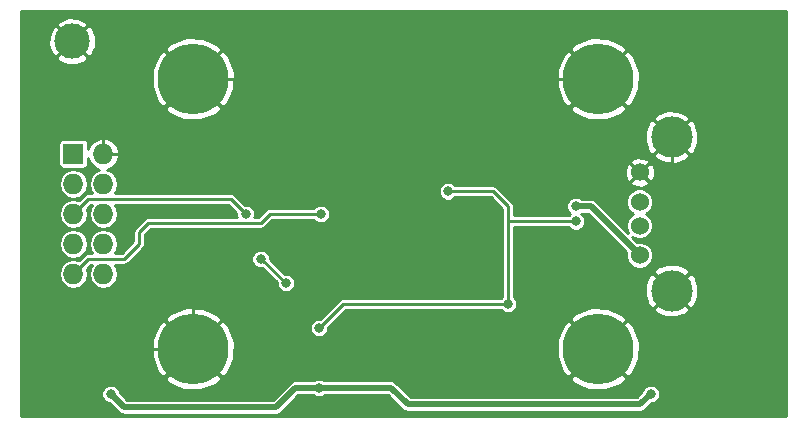
<source format=gbr>
G04 #@! TF.FileFunction,Copper,L2,Bot,Signal*
%FSLAX46Y46*%
G04 Gerber Fmt 4.6, Leading zero omitted, Abs format (unit mm)*
G04 Created by KiCad (PCBNEW 4.0.5+dfsg1-4) date Wed Jul 18 12:49:48 2018*
%MOMM*%
%LPD*%
G01*
G04 APERTURE LIST*
%ADD10C,0.100000*%
%ADD11R,1.727200X1.727200*%
%ADD12O,1.727200X1.727200*%
%ADD13C,1.524000*%
%ADD14C,3.500000*%
%ADD15C,6.000000*%
%ADD16C,3.000000*%
%ADD17C,0.800000*%
%ADD18C,0.250000*%
%ADD19C,0.500000*%
%ADD20C,0.254000*%
G04 APERTURE END LIST*
D10*
D11*
X132080000Y-96520000D03*
D12*
X134620000Y-96520000D03*
X132080000Y-99060000D03*
X134620000Y-99060000D03*
X132080000Y-101600000D03*
X134620000Y-101600000D03*
X132080000Y-104140000D03*
X134620000Y-104140000D03*
X132080000Y-106680000D03*
X134620000Y-106680000D03*
D13*
X180040000Y-100600000D03*
X180040000Y-102600000D03*
X180040000Y-98100000D03*
X180040000Y-105100000D03*
D14*
X182740000Y-108100000D03*
X182740000Y-95100000D03*
D15*
X142240000Y-90170000D03*
X142240000Y-113030000D03*
X176530000Y-113030000D03*
X176530000Y-90170000D03*
D16*
X132000000Y-87000000D03*
D17*
X142240000Y-104013000D03*
X139700000Y-99060000D03*
X166624000Y-104902000D03*
X148590000Y-95250000D03*
X145796000Y-95250000D03*
X157988000Y-94742000D03*
X165100000Y-96520000D03*
X162052000Y-91440000D03*
X172720000Y-96520000D03*
X172720000Y-94488000D03*
X172720000Y-98552000D03*
X129286000Y-117221000D03*
X190500000Y-101600000D03*
X151511000Y-91440000D03*
X163195000Y-101600000D03*
X157480000Y-102870000D03*
X162560000Y-113792000D03*
X184785000Y-117475000D03*
X176530000Y-99695000D03*
X176530000Y-103505000D03*
X180975000Y-116840000D03*
X135255000Y-116840000D03*
X152908000Y-116332000D03*
X152908000Y-111252000D03*
X174625000Y-102235000D03*
X168910000Y-109220000D03*
X163830000Y-99695000D03*
X174625000Y-100965000D03*
X147955000Y-105410000D03*
X150114000Y-107442000D03*
X146685000Y-101600000D03*
X153035000Y-101600000D03*
D18*
X142240000Y-113030000D02*
X142240000Y-104013000D01*
X134620000Y-96520000D02*
X137160000Y-96520000D01*
X137160000Y-96520000D02*
X139700000Y-99060000D01*
X163322000Y-90170000D02*
X162052000Y-91440000D01*
X163322000Y-90170000D02*
X176530000Y-90170000D01*
X142240000Y-113030000D02*
X133477000Y-113030000D01*
X133477000Y-113030000D02*
X129286000Y-117221000D01*
X182740000Y-95100000D02*
X182740000Y-100698000D01*
X183642000Y-101600000D02*
X190500000Y-101600000D01*
X182740000Y-100698000D02*
X183642000Y-101600000D01*
X142240000Y-90170000D02*
X150241000Y-90170000D01*
X150241000Y-90170000D02*
X151511000Y-91440000D01*
X163195000Y-101600000D02*
X161925000Y-102870000D01*
X161925000Y-102870000D02*
X157480000Y-102870000D01*
D19*
X160401000Y-117729000D02*
X159004000Y-116332000D01*
X180086000Y-117729000D02*
X160401000Y-117729000D01*
X180975000Y-116840000D02*
X180086000Y-117729000D01*
X159004000Y-116332000D02*
X152908000Y-116332000D01*
X149225000Y-117983000D02*
X150876000Y-116332000D01*
X136398000Y-117983000D02*
X149225000Y-117983000D01*
X135255000Y-116840000D02*
X136398000Y-117983000D01*
X150876000Y-116332000D02*
X152908000Y-116332000D01*
D18*
X154940000Y-109220000D02*
X152908000Y-111252000D01*
X154940000Y-109220000D02*
X168910000Y-109220000D01*
X168910000Y-102235000D02*
X168910000Y-100965000D01*
X168910000Y-100965000D02*
X167640000Y-99695000D01*
X168910000Y-109220000D02*
X168910000Y-102235000D01*
X168910000Y-102235000D02*
X174625000Y-102235000D01*
X167640000Y-99695000D02*
X163830000Y-99695000D01*
D19*
X174625000Y-100965000D02*
X175905000Y-100965000D01*
X175905000Y-100965000D02*
X180040000Y-105100000D01*
D18*
X147955000Y-105410000D02*
X150114000Y-107442000D01*
X133350000Y-100330000D02*
X132080000Y-101600000D01*
X145415000Y-100330000D02*
X133350000Y-100330000D01*
X146685000Y-101600000D02*
X145415000Y-100330000D01*
X153035000Y-101600000D02*
X148717000Y-101600000D01*
X133350000Y-105410000D02*
X132080000Y-106680000D01*
X136398000Y-105410000D02*
X133350000Y-105410000D01*
X137668000Y-104140000D02*
X136398000Y-105410000D01*
X137668000Y-103124000D02*
X137668000Y-104140000D01*
X138430000Y-102362000D02*
X137668000Y-103124000D01*
X147955000Y-102362000D02*
X138430000Y-102362000D01*
X148717000Y-101600000D02*
X147955000Y-102362000D01*
D20*
G36*
X192405000Y-118745000D02*
X127635000Y-118745000D01*
X127635000Y-116994669D01*
X134473864Y-116994669D01*
X134592514Y-117281823D01*
X134812021Y-117501714D01*
X135098968Y-117620864D01*
X135143535Y-117620903D01*
X135951816Y-118429184D01*
X136156526Y-118565968D01*
X136196589Y-118573937D01*
X136398000Y-118614000D01*
X149225000Y-118614000D01*
X149466473Y-118565968D01*
X149671184Y-118429184D01*
X151137369Y-116963000D01*
X152434361Y-116963000D01*
X152465021Y-116993714D01*
X152751968Y-117112864D01*
X153062669Y-117113136D01*
X153349823Y-116994486D01*
X153381364Y-116963000D01*
X158742632Y-116963000D01*
X159954815Y-118175184D01*
X160159526Y-118311968D01*
X160199589Y-118319937D01*
X160401000Y-118360000D01*
X180086000Y-118360000D01*
X180327473Y-118311968D01*
X180532184Y-118175184D01*
X181086270Y-117621098D01*
X181129669Y-117621136D01*
X181416823Y-117502486D01*
X181636714Y-117282979D01*
X181755864Y-116996032D01*
X181756136Y-116685331D01*
X181637486Y-116398177D01*
X181417979Y-116178286D01*
X181131032Y-116059136D01*
X180820331Y-116058864D01*
X180533177Y-116177514D01*
X180313286Y-116397021D01*
X180194136Y-116683968D01*
X180194097Y-116728535D01*
X179824632Y-117098000D01*
X160662369Y-117098000D01*
X159450184Y-115885816D01*
X159245473Y-115749032D01*
X159004000Y-115701000D01*
X153381639Y-115701000D01*
X153350979Y-115670286D01*
X153064032Y-115551136D01*
X152753331Y-115550864D01*
X152466177Y-115669514D01*
X152434636Y-115701000D01*
X150876000Y-115701000D01*
X150634527Y-115749032D01*
X150429816Y-115885815D01*
X148963632Y-117352000D01*
X136659368Y-117352000D01*
X136036098Y-116728730D01*
X136036136Y-116685331D01*
X135917486Y-116398177D01*
X135697979Y-116178286D01*
X135411032Y-116059136D01*
X135100331Y-116058864D01*
X134813177Y-116177514D01*
X134593286Y-116397021D01*
X134474136Y-116683968D01*
X134473864Y-116994669D01*
X127635000Y-116994669D01*
X127635000Y-115478289D01*
X139809672Y-115478289D01*
X140147941Y-115931078D01*
X141417384Y-116510843D01*
X142812063Y-116560681D01*
X144119650Y-116073005D01*
X144332059Y-115931078D01*
X144670328Y-115478289D01*
X174099672Y-115478289D01*
X174437941Y-115931078D01*
X175707384Y-116510843D01*
X177102063Y-116560681D01*
X178409650Y-116073005D01*
X178622059Y-115931078D01*
X178960328Y-115478289D01*
X176530000Y-113047961D01*
X174099672Y-115478289D01*
X144670328Y-115478289D01*
X142240000Y-113047961D01*
X139809672Y-115478289D01*
X127635000Y-115478289D01*
X127635000Y-113602063D01*
X138709319Y-113602063D01*
X139196995Y-114909650D01*
X139338922Y-115122059D01*
X139791711Y-115460328D01*
X142222039Y-113030000D01*
X142257961Y-113030000D01*
X144688289Y-115460328D01*
X145141078Y-115122059D01*
X145720843Y-113852616D01*
X145729796Y-113602063D01*
X172999319Y-113602063D01*
X173486995Y-114909650D01*
X173628922Y-115122059D01*
X174081711Y-115460328D01*
X176512039Y-113030000D01*
X176547961Y-113030000D01*
X178978289Y-115460328D01*
X179431078Y-115122059D01*
X180010843Y-113852616D01*
X180060681Y-112457937D01*
X179573005Y-111150350D01*
X179431078Y-110937941D01*
X178978289Y-110599672D01*
X176547961Y-113030000D01*
X176512039Y-113030000D01*
X174081711Y-110599672D01*
X173628922Y-110937941D01*
X173049157Y-112207384D01*
X172999319Y-113602063D01*
X145729796Y-113602063D01*
X145770681Y-112457937D01*
X145378602Y-111406669D01*
X152126864Y-111406669D01*
X152245514Y-111693823D01*
X152465021Y-111913714D01*
X152751968Y-112032864D01*
X153062669Y-112033136D01*
X153349823Y-111914486D01*
X153569714Y-111694979D01*
X153688864Y-111408032D01*
X153689058Y-111186534D01*
X154293881Y-110581711D01*
X174099672Y-110581711D01*
X176530000Y-113012039D01*
X178960328Y-110581711D01*
X178622059Y-110128922D01*
X177567025Y-109647079D01*
X181210882Y-109647079D01*
X181397074Y-109969985D01*
X182214910Y-110341556D01*
X183112687Y-110371871D01*
X183953725Y-110056314D01*
X184082926Y-109969985D01*
X184269118Y-109647079D01*
X182740000Y-108117961D01*
X181210882Y-109647079D01*
X177567025Y-109647079D01*
X177352616Y-109549157D01*
X175957937Y-109499319D01*
X174650350Y-109986995D01*
X174437941Y-110128922D01*
X174099672Y-110581711D01*
X154293881Y-110581711D01*
X155149592Y-109726000D01*
X168311579Y-109726000D01*
X168467021Y-109881714D01*
X168753968Y-110000864D01*
X169064669Y-110001136D01*
X169351823Y-109882486D01*
X169571714Y-109662979D01*
X169690864Y-109376032D01*
X169691136Y-109065331D01*
X169572486Y-108778177D01*
X169416000Y-108621417D01*
X169416000Y-108472687D01*
X180468129Y-108472687D01*
X180783686Y-109313725D01*
X180870015Y-109442926D01*
X181192921Y-109629118D01*
X182722039Y-108100000D01*
X182757961Y-108100000D01*
X184287079Y-109629118D01*
X184609985Y-109442926D01*
X184981556Y-108625090D01*
X185011871Y-107727313D01*
X184696314Y-106886275D01*
X184609985Y-106757074D01*
X184287079Y-106570882D01*
X182757961Y-108100000D01*
X182722039Y-108100000D01*
X181192921Y-106570882D01*
X180870015Y-106757074D01*
X180498444Y-107574910D01*
X180468129Y-108472687D01*
X169416000Y-108472687D01*
X169416000Y-106552921D01*
X181210882Y-106552921D01*
X182740000Y-108082039D01*
X184269118Y-106552921D01*
X184082926Y-106230015D01*
X183265090Y-105858444D01*
X182367313Y-105828129D01*
X181526275Y-106143686D01*
X181397074Y-106230015D01*
X181210882Y-106552921D01*
X169416000Y-106552921D01*
X169416000Y-102741000D01*
X174026579Y-102741000D01*
X174182021Y-102896714D01*
X174468968Y-103015864D01*
X174779669Y-103016136D01*
X175066823Y-102897486D01*
X175286714Y-102677979D01*
X175405864Y-102391032D01*
X175406136Y-102080331D01*
X175287486Y-101793177D01*
X175094502Y-101599855D01*
X175098364Y-101596000D01*
X175643632Y-101596000D01*
X178903677Y-104856045D01*
X178897199Y-104871646D01*
X178896802Y-105326359D01*
X179070446Y-105746612D01*
X179391697Y-106068423D01*
X179811646Y-106242801D01*
X180266359Y-106243198D01*
X180686612Y-106069554D01*
X181008423Y-105748303D01*
X181182801Y-105328354D01*
X181183198Y-104873641D01*
X181009554Y-104453388D01*
X180688303Y-104131577D01*
X180268354Y-103957199D01*
X179813641Y-103956802D01*
X179796325Y-103963957D01*
X179407249Y-103574881D01*
X179811646Y-103742801D01*
X180266359Y-103743198D01*
X180686612Y-103569554D01*
X181008423Y-103248303D01*
X181182801Y-102828354D01*
X181183198Y-102373641D01*
X181009554Y-101953388D01*
X180688303Y-101631577D01*
X180612591Y-101600139D01*
X180686612Y-101569554D01*
X181008423Y-101248303D01*
X181182801Y-100828354D01*
X181183198Y-100373641D01*
X181009554Y-99953388D01*
X180688303Y-99631577D01*
X180268354Y-99457199D01*
X179813641Y-99456802D01*
X179393388Y-99630446D01*
X179071577Y-99951697D01*
X178897199Y-100371646D01*
X178896802Y-100826359D01*
X179070446Y-101246612D01*
X179391697Y-101568423D01*
X179467409Y-101599861D01*
X179393388Y-101630446D01*
X179071577Y-101951697D01*
X178897199Y-102371646D01*
X178896802Y-102826359D01*
X179064437Y-103232069D01*
X176351184Y-100518816D01*
X176146473Y-100382032D01*
X175905000Y-100334000D01*
X175098639Y-100334000D01*
X175067979Y-100303286D01*
X174781032Y-100184136D01*
X174470331Y-100183864D01*
X174183177Y-100302514D01*
X173963286Y-100522021D01*
X173844136Y-100808968D01*
X173843864Y-101119669D01*
X173962514Y-101406823D01*
X174155498Y-101600145D01*
X174026417Y-101729000D01*
X169416000Y-101729000D01*
X169416000Y-100965000D01*
X169377483Y-100771362D01*
X169267796Y-100607204D01*
X167997796Y-99337204D01*
X167833638Y-99227517D01*
X167640000Y-99189000D01*
X164428421Y-99189000D01*
X164272979Y-99033286D01*
X164035672Y-98934748D01*
X179223212Y-98934748D01*
X179289199Y-99154996D01*
X179750080Y-99362008D01*
X180255098Y-99376891D01*
X180727370Y-99197379D01*
X180790801Y-99154996D01*
X180856788Y-98934748D01*
X180040000Y-98117961D01*
X179223212Y-98934748D01*
X164035672Y-98934748D01*
X163986032Y-98914136D01*
X163675331Y-98913864D01*
X163388177Y-99032514D01*
X163168286Y-99252021D01*
X163049136Y-99538968D01*
X163048864Y-99849669D01*
X163167514Y-100136823D01*
X163387021Y-100356714D01*
X163673968Y-100475864D01*
X163984669Y-100476136D01*
X164271823Y-100357486D01*
X164428583Y-100201000D01*
X167430408Y-100201000D01*
X168404000Y-101174592D01*
X168404000Y-108621579D01*
X168311417Y-108714000D01*
X154940000Y-108714000D01*
X154746362Y-108752517D01*
X154582204Y-108862204D01*
X152973351Y-110471057D01*
X152753331Y-110470864D01*
X152466177Y-110589514D01*
X152246286Y-110809021D01*
X152127136Y-111095968D01*
X152126864Y-111406669D01*
X145378602Y-111406669D01*
X145283005Y-111150350D01*
X145141078Y-110937941D01*
X144688289Y-110599672D01*
X142257961Y-113030000D01*
X142222039Y-113030000D01*
X139791711Y-110599672D01*
X139338922Y-110937941D01*
X138759157Y-112207384D01*
X138709319Y-113602063D01*
X127635000Y-113602063D01*
X127635000Y-110581711D01*
X139809672Y-110581711D01*
X142240000Y-113012039D01*
X144670328Y-110581711D01*
X144332059Y-110128922D01*
X143062616Y-109549157D01*
X141667937Y-109499319D01*
X140360350Y-109986995D01*
X140147941Y-110128922D01*
X139809672Y-110581711D01*
X127635000Y-110581711D01*
X127635000Y-104115617D01*
X130835400Y-104115617D01*
X130835400Y-104164383D01*
X130930140Y-104640671D01*
X131199935Y-105044448D01*
X131603712Y-105314243D01*
X132080000Y-105408983D01*
X132556288Y-105314243D01*
X132960065Y-105044448D01*
X133229860Y-104640671D01*
X133324600Y-104164383D01*
X133324600Y-104115617D01*
X133229860Y-103639329D01*
X132960065Y-103235552D01*
X132556288Y-102965757D01*
X132080000Y-102871017D01*
X131603712Y-102965757D01*
X131199935Y-103235552D01*
X130930140Y-103639329D01*
X130835400Y-104115617D01*
X127635000Y-104115617D01*
X127635000Y-99035617D01*
X130835400Y-99035617D01*
X130835400Y-99084383D01*
X130930140Y-99560671D01*
X131199935Y-99964448D01*
X131603712Y-100234243D01*
X132080000Y-100328983D01*
X132556288Y-100234243D01*
X132960065Y-99964448D01*
X133229860Y-99560671D01*
X133324600Y-99084383D01*
X133324600Y-99035617D01*
X133229860Y-98559329D01*
X132960065Y-98155552D01*
X132556288Y-97885757D01*
X132080000Y-97791017D01*
X131603712Y-97885757D01*
X131199935Y-98155552D01*
X130930140Y-98559329D01*
X130835400Y-99035617D01*
X127635000Y-99035617D01*
X127635000Y-95656400D01*
X130827936Y-95656400D01*
X130827936Y-97383600D01*
X130854503Y-97524790D01*
X130937946Y-97654465D01*
X131065266Y-97741459D01*
X131216400Y-97772064D01*
X132943600Y-97772064D01*
X133084790Y-97745497D01*
X133214465Y-97662054D01*
X133301459Y-97534734D01*
X133332064Y-97383600D01*
X133332064Y-96917686D01*
X133457204Y-97247457D01*
X133824102Y-97637065D01*
X134305446Y-97853586D01*
X134143712Y-97885757D01*
X133739935Y-98155552D01*
X133470140Y-98559329D01*
X133375400Y-99035617D01*
X133375400Y-99084383D01*
X133470140Y-99560671D01*
X133646091Y-99824000D01*
X133350000Y-99824000D01*
X133156362Y-99862517D01*
X132992204Y-99972204D01*
X132541577Y-100422831D01*
X132080000Y-100331017D01*
X131603712Y-100425757D01*
X131199935Y-100695552D01*
X130930140Y-101099329D01*
X130835400Y-101575617D01*
X130835400Y-101624383D01*
X130930140Y-102100671D01*
X131199935Y-102504448D01*
X131603712Y-102774243D01*
X132080000Y-102868983D01*
X132556288Y-102774243D01*
X132960065Y-102504448D01*
X133229860Y-102100671D01*
X133324600Y-101624383D01*
X133324600Y-101575617D01*
X133240877Y-101154715D01*
X133559592Y-100836000D01*
X133646091Y-100836000D01*
X133470140Y-101099329D01*
X133375400Y-101575617D01*
X133375400Y-101624383D01*
X133470140Y-102100671D01*
X133739935Y-102504448D01*
X134143712Y-102774243D01*
X134620000Y-102868983D01*
X135096288Y-102774243D01*
X135500065Y-102504448D01*
X135769860Y-102100671D01*
X135864600Y-101624383D01*
X135864600Y-101575617D01*
X135769860Y-101099329D01*
X135593909Y-100836000D01*
X145205408Y-100836000D01*
X145904057Y-101534649D01*
X145903864Y-101754669D01*
X145945733Y-101856000D01*
X138430000Y-101856000D01*
X138236362Y-101894517D01*
X138072204Y-102004204D01*
X137310204Y-102766204D01*
X137200517Y-102930362D01*
X137162000Y-103124000D01*
X137162000Y-103930408D01*
X136188408Y-104904000D01*
X135593909Y-104904000D01*
X135769860Y-104640671D01*
X135864600Y-104164383D01*
X135864600Y-104115617D01*
X135769860Y-103639329D01*
X135500065Y-103235552D01*
X135096288Y-102965757D01*
X134620000Y-102871017D01*
X134143712Y-102965757D01*
X133739935Y-103235552D01*
X133470140Y-103639329D01*
X133375400Y-104115617D01*
X133375400Y-104164383D01*
X133470140Y-104640671D01*
X133646091Y-104904000D01*
X133350000Y-104904000D01*
X133156362Y-104942517D01*
X132992204Y-105052204D01*
X132541577Y-105502831D01*
X132080000Y-105411017D01*
X131603712Y-105505757D01*
X131199935Y-105775552D01*
X130930140Y-106179329D01*
X130835400Y-106655617D01*
X130835400Y-106704383D01*
X130930140Y-107180671D01*
X131199935Y-107584448D01*
X131603712Y-107854243D01*
X132080000Y-107948983D01*
X132556288Y-107854243D01*
X132960065Y-107584448D01*
X133229860Y-107180671D01*
X133324600Y-106704383D01*
X133324600Y-106655617D01*
X133240877Y-106234715D01*
X133559592Y-105916000D01*
X133646091Y-105916000D01*
X133470140Y-106179329D01*
X133375400Y-106655617D01*
X133375400Y-106704383D01*
X133470140Y-107180671D01*
X133739935Y-107584448D01*
X134143712Y-107854243D01*
X134620000Y-107948983D01*
X135096288Y-107854243D01*
X135500065Y-107584448D01*
X135769860Y-107180671D01*
X135864600Y-106704383D01*
X135864600Y-106655617D01*
X135769860Y-106179329D01*
X135593909Y-105916000D01*
X136398000Y-105916000D01*
X136591638Y-105877483D01*
X136755796Y-105767796D01*
X136958923Y-105564669D01*
X147173864Y-105564669D01*
X147292514Y-105851823D01*
X147512021Y-106071714D01*
X147798968Y-106190864D01*
X148046605Y-106191081D01*
X149333035Y-107401837D01*
X149332864Y-107596669D01*
X149451514Y-107883823D01*
X149671021Y-108103714D01*
X149957968Y-108222864D01*
X150268669Y-108223136D01*
X150555823Y-108104486D01*
X150775714Y-107884979D01*
X150894864Y-107598032D01*
X150895136Y-107287331D01*
X150776486Y-107000177D01*
X150556979Y-106780286D01*
X150270032Y-106661136D01*
X150022395Y-106660919D01*
X148735965Y-105450162D01*
X148736136Y-105255331D01*
X148617486Y-104968177D01*
X148397979Y-104748286D01*
X148111032Y-104629136D01*
X147800331Y-104628864D01*
X147513177Y-104747514D01*
X147293286Y-104967021D01*
X147174136Y-105253968D01*
X147173864Y-105564669D01*
X136958923Y-105564669D01*
X138025796Y-104497796D01*
X138135483Y-104333638D01*
X138174000Y-104140000D01*
X138174000Y-103333592D01*
X138639592Y-102868000D01*
X147955000Y-102868000D01*
X148148638Y-102829483D01*
X148312796Y-102719796D01*
X148926592Y-102106000D01*
X152436579Y-102106000D01*
X152592021Y-102261714D01*
X152878968Y-102380864D01*
X153189669Y-102381136D01*
X153476823Y-102262486D01*
X153696714Y-102042979D01*
X153815864Y-101756032D01*
X153816136Y-101445331D01*
X153697486Y-101158177D01*
X153477979Y-100938286D01*
X153191032Y-100819136D01*
X152880331Y-100818864D01*
X152593177Y-100937514D01*
X152436417Y-101094000D01*
X148717000Y-101094000D01*
X148523362Y-101132517D01*
X148484271Y-101158637D01*
X148359204Y-101242204D01*
X147745408Y-101856000D01*
X147424354Y-101856000D01*
X147465864Y-101756032D01*
X147466136Y-101445331D01*
X147347486Y-101158177D01*
X147127979Y-100938286D01*
X146841032Y-100819136D01*
X146619534Y-100818942D01*
X145772796Y-99972204D01*
X145608638Y-99862517D01*
X145415000Y-99824000D01*
X135593909Y-99824000D01*
X135769860Y-99560671D01*
X135864600Y-99084383D01*
X135864600Y-99035617D01*
X135769860Y-98559329D01*
X135606671Y-98315098D01*
X178763109Y-98315098D01*
X178942621Y-98787370D01*
X178985004Y-98850801D01*
X179205252Y-98916788D01*
X180022039Y-98100000D01*
X180057961Y-98100000D01*
X180874748Y-98916788D01*
X181094996Y-98850801D01*
X181302008Y-98389920D01*
X181316891Y-97884902D01*
X181137379Y-97412630D01*
X181094996Y-97349199D01*
X180874748Y-97283212D01*
X180057961Y-98100000D01*
X180022039Y-98100000D01*
X179205252Y-97283212D01*
X178985004Y-97349199D01*
X178777992Y-97810080D01*
X178763109Y-98315098D01*
X135606671Y-98315098D01*
X135500065Y-98155552D01*
X135096288Y-97885757D01*
X134934554Y-97853586D01*
X135415898Y-97637065D01*
X135766038Y-97265252D01*
X179223212Y-97265252D01*
X180040000Y-98082039D01*
X180856788Y-97265252D01*
X180790801Y-97045004D01*
X180329920Y-96837992D01*
X179824902Y-96823109D01*
X179352630Y-97002621D01*
X179289199Y-97045004D01*
X179223212Y-97265252D01*
X135766038Y-97265252D01*
X135782796Y-97247457D01*
X135972669Y-96747100D01*
X135922227Y-96647079D01*
X181210882Y-96647079D01*
X181397074Y-96969985D01*
X182214910Y-97341556D01*
X183112687Y-97371871D01*
X183953725Y-97056314D01*
X184082926Y-96969985D01*
X184269118Y-96647079D01*
X182740000Y-95117961D01*
X181210882Y-96647079D01*
X135922227Y-96647079D01*
X135864542Y-96532700D01*
X134632700Y-96532700D01*
X134632700Y-96552700D01*
X134607300Y-96552700D01*
X134607300Y-96532700D01*
X134587300Y-96532700D01*
X134587300Y-96507300D01*
X134607300Y-96507300D01*
X134607300Y-95275465D01*
X134632700Y-95275465D01*
X134632700Y-96507300D01*
X135864542Y-96507300D01*
X135972669Y-96292900D01*
X135782796Y-95792543D01*
X135481585Y-95472687D01*
X180468129Y-95472687D01*
X180783686Y-96313725D01*
X180870015Y-96442926D01*
X181192921Y-96629118D01*
X182722039Y-95100000D01*
X182757961Y-95100000D01*
X184287079Y-96629118D01*
X184609985Y-96442926D01*
X184981556Y-95625090D01*
X185011871Y-94727313D01*
X184696314Y-93886275D01*
X184609985Y-93757074D01*
X184287079Y-93570882D01*
X182757961Y-95100000D01*
X182722039Y-95100000D01*
X181192921Y-93570882D01*
X180870015Y-93757074D01*
X180498444Y-94574910D01*
X180468129Y-95472687D01*
X135481585Y-95472687D01*
X135415898Y-95402935D01*
X134927832Y-95183390D01*
X134847100Y-95167332D01*
X134632700Y-95275465D01*
X134607300Y-95275465D01*
X134392900Y-95167332D01*
X134312168Y-95183390D01*
X133824102Y-95402935D01*
X133457204Y-95792543D01*
X133332064Y-96122314D01*
X133332064Y-95656400D01*
X133305497Y-95515210D01*
X133222054Y-95385535D01*
X133094734Y-95298541D01*
X132943600Y-95267936D01*
X131216400Y-95267936D01*
X131075210Y-95294503D01*
X130945535Y-95377946D01*
X130858541Y-95505266D01*
X130827936Y-95656400D01*
X127635000Y-95656400D01*
X127635000Y-92618289D01*
X139809672Y-92618289D01*
X140147941Y-93071078D01*
X141417384Y-93650843D01*
X142812063Y-93700681D01*
X144119650Y-93213005D01*
X144332059Y-93071078D01*
X144670328Y-92618289D01*
X174099672Y-92618289D01*
X174437941Y-93071078D01*
X175707384Y-93650843D01*
X177102063Y-93700681D01*
X177498246Y-93552921D01*
X181210882Y-93552921D01*
X182740000Y-95082039D01*
X184269118Y-93552921D01*
X184082926Y-93230015D01*
X183265090Y-92858444D01*
X182367313Y-92828129D01*
X181526275Y-93143686D01*
X181397074Y-93230015D01*
X181210882Y-93552921D01*
X177498246Y-93552921D01*
X178409650Y-93213005D01*
X178622059Y-93071078D01*
X178960328Y-92618289D01*
X176530000Y-90187961D01*
X174099672Y-92618289D01*
X144670328Y-92618289D01*
X142240000Y-90187961D01*
X139809672Y-92618289D01*
X127635000Y-92618289D01*
X127635000Y-90742063D01*
X138709319Y-90742063D01*
X139196995Y-92049650D01*
X139338922Y-92262059D01*
X139791711Y-92600328D01*
X142222039Y-90170000D01*
X142257961Y-90170000D01*
X144688289Y-92600328D01*
X145141078Y-92262059D01*
X145720843Y-90992616D01*
X145729796Y-90742063D01*
X172999319Y-90742063D01*
X173486995Y-92049650D01*
X173628922Y-92262059D01*
X174081711Y-92600328D01*
X176512039Y-90170000D01*
X176547961Y-90170000D01*
X178978289Y-92600328D01*
X179431078Y-92262059D01*
X180010843Y-90992616D01*
X180060681Y-89597937D01*
X179573005Y-88290350D01*
X179431078Y-88077941D01*
X178978289Y-87739672D01*
X176547961Y-90170000D01*
X176512039Y-90170000D01*
X174081711Y-87739672D01*
X173628922Y-88077941D01*
X173049157Y-89347384D01*
X172999319Y-90742063D01*
X145729796Y-90742063D01*
X145770681Y-89597937D01*
X145283005Y-88290350D01*
X145141078Y-88077941D01*
X144688289Y-87739672D01*
X142257961Y-90170000D01*
X142222039Y-90170000D01*
X139791711Y-87739672D01*
X139338922Y-88077941D01*
X138759157Y-89347384D01*
X138709319Y-90742063D01*
X127635000Y-90742063D01*
X127635000Y-88366835D01*
X130651125Y-88366835D01*
X130806902Y-88663766D01*
X131534416Y-88993698D01*
X132332812Y-89020109D01*
X133080540Y-88738976D01*
X133193098Y-88663766D01*
X133348875Y-88366835D01*
X132000000Y-87017961D01*
X130651125Y-88366835D01*
X127635000Y-88366835D01*
X127635000Y-87332812D01*
X129979891Y-87332812D01*
X130261024Y-88080540D01*
X130336234Y-88193098D01*
X130633165Y-88348875D01*
X131982039Y-87000000D01*
X132017961Y-87000000D01*
X133366835Y-88348875D01*
X133663766Y-88193098D01*
X133877542Y-87721711D01*
X139809672Y-87721711D01*
X142240000Y-90152039D01*
X144670328Y-87721711D01*
X174099672Y-87721711D01*
X176530000Y-90152039D01*
X178960328Y-87721711D01*
X178622059Y-87268922D01*
X177352616Y-86689157D01*
X175957937Y-86639319D01*
X174650350Y-87126995D01*
X174437941Y-87268922D01*
X174099672Y-87721711D01*
X144670328Y-87721711D01*
X144332059Y-87268922D01*
X143062616Y-86689157D01*
X141667937Y-86639319D01*
X140360350Y-87126995D01*
X140147941Y-87268922D01*
X139809672Y-87721711D01*
X133877542Y-87721711D01*
X133993698Y-87465584D01*
X134020109Y-86667188D01*
X133738976Y-85919460D01*
X133663766Y-85806902D01*
X133366835Y-85651125D01*
X132017961Y-87000000D01*
X131982039Y-87000000D01*
X130633165Y-85651125D01*
X130336234Y-85806902D01*
X130006302Y-86534416D01*
X129979891Y-87332812D01*
X127635000Y-87332812D01*
X127635000Y-85633165D01*
X130651125Y-85633165D01*
X132000000Y-86982039D01*
X133348875Y-85633165D01*
X133193098Y-85336234D01*
X132465584Y-85006302D01*
X131667188Y-84979891D01*
X130919460Y-85261024D01*
X130806902Y-85336234D01*
X130651125Y-85633165D01*
X127635000Y-85633165D01*
X127635000Y-84455000D01*
X192405000Y-84455000D01*
X192405000Y-118745000D01*
X192405000Y-118745000D01*
G37*
X192405000Y-118745000D02*
X127635000Y-118745000D01*
X127635000Y-116994669D01*
X134473864Y-116994669D01*
X134592514Y-117281823D01*
X134812021Y-117501714D01*
X135098968Y-117620864D01*
X135143535Y-117620903D01*
X135951816Y-118429184D01*
X136156526Y-118565968D01*
X136196589Y-118573937D01*
X136398000Y-118614000D01*
X149225000Y-118614000D01*
X149466473Y-118565968D01*
X149671184Y-118429184D01*
X151137369Y-116963000D01*
X152434361Y-116963000D01*
X152465021Y-116993714D01*
X152751968Y-117112864D01*
X153062669Y-117113136D01*
X153349823Y-116994486D01*
X153381364Y-116963000D01*
X158742632Y-116963000D01*
X159954815Y-118175184D01*
X160159526Y-118311968D01*
X160199589Y-118319937D01*
X160401000Y-118360000D01*
X180086000Y-118360000D01*
X180327473Y-118311968D01*
X180532184Y-118175184D01*
X181086270Y-117621098D01*
X181129669Y-117621136D01*
X181416823Y-117502486D01*
X181636714Y-117282979D01*
X181755864Y-116996032D01*
X181756136Y-116685331D01*
X181637486Y-116398177D01*
X181417979Y-116178286D01*
X181131032Y-116059136D01*
X180820331Y-116058864D01*
X180533177Y-116177514D01*
X180313286Y-116397021D01*
X180194136Y-116683968D01*
X180194097Y-116728535D01*
X179824632Y-117098000D01*
X160662369Y-117098000D01*
X159450184Y-115885816D01*
X159245473Y-115749032D01*
X159004000Y-115701000D01*
X153381639Y-115701000D01*
X153350979Y-115670286D01*
X153064032Y-115551136D01*
X152753331Y-115550864D01*
X152466177Y-115669514D01*
X152434636Y-115701000D01*
X150876000Y-115701000D01*
X150634527Y-115749032D01*
X150429816Y-115885815D01*
X148963632Y-117352000D01*
X136659368Y-117352000D01*
X136036098Y-116728730D01*
X136036136Y-116685331D01*
X135917486Y-116398177D01*
X135697979Y-116178286D01*
X135411032Y-116059136D01*
X135100331Y-116058864D01*
X134813177Y-116177514D01*
X134593286Y-116397021D01*
X134474136Y-116683968D01*
X134473864Y-116994669D01*
X127635000Y-116994669D01*
X127635000Y-115478289D01*
X139809672Y-115478289D01*
X140147941Y-115931078D01*
X141417384Y-116510843D01*
X142812063Y-116560681D01*
X144119650Y-116073005D01*
X144332059Y-115931078D01*
X144670328Y-115478289D01*
X174099672Y-115478289D01*
X174437941Y-115931078D01*
X175707384Y-116510843D01*
X177102063Y-116560681D01*
X178409650Y-116073005D01*
X178622059Y-115931078D01*
X178960328Y-115478289D01*
X176530000Y-113047961D01*
X174099672Y-115478289D01*
X144670328Y-115478289D01*
X142240000Y-113047961D01*
X139809672Y-115478289D01*
X127635000Y-115478289D01*
X127635000Y-113602063D01*
X138709319Y-113602063D01*
X139196995Y-114909650D01*
X139338922Y-115122059D01*
X139791711Y-115460328D01*
X142222039Y-113030000D01*
X142257961Y-113030000D01*
X144688289Y-115460328D01*
X145141078Y-115122059D01*
X145720843Y-113852616D01*
X145729796Y-113602063D01*
X172999319Y-113602063D01*
X173486995Y-114909650D01*
X173628922Y-115122059D01*
X174081711Y-115460328D01*
X176512039Y-113030000D01*
X176547961Y-113030000D01*
X178978289Y-115460328D01*
X179431078Y-115122059D01*
X180010843Y-113852616D01*
X180060681Y-112457937D01*
X179573005Y-111150350D01*
X179431078Y-110937941D01*
X178978289Y-110599672D01*
X176547961Y-113030000D01*
X176512039Y-113030000D01*
X174081711Y-110599672D01*
X173628922Y-110937941D01*
X173049157Y-112207384D01*
X172999319Y-113602063D01*
X145729796Y-113602063D01*
X145770681Y-112457937D01*
X145378602Y-111406669D01*
X152126864Y-111406669D01*
X152245514Y-111693823D01*
X152465021Y-111913714D01*
X152751968Y-112032864D01*
X153062669Y-112033136D01*
X153349823Y-111914486D01*
X153569714Y-111694979D01*
X153688864Y-111408032D01*
X153689058Y-111186534D01*
X154293881Y-110581711D01*
X174099672Y-110581711D01*
X176530000Y-113012039D01*
X178960328Y-110581711D01*
X178622059Y-110128922D01*
X177567025Y-109647079D01*
X181210882Y-109647079D01*
X181397074Y-109969985D01*
X182214910Y-110341556D01*
X183112687Y-110371871D01*
X183953725Y-110056314D01*
X184082926Y-109969985D01*
X184269118Y-109647079D01*
X182740000Y-108117961D01*
X181210882Y-109647079D01*
X177567025Y-109647079D01*
X177352616Y-109549157D01*
X175957937Y-109499319D01*
X174650350Y-109986995D01*
X174437941Y-110128922D01*
X174099672Y-110581711D01*
X154293881Y-110581711D01*
X155149592Y-109726000D01*
X168311579Y-109726000D01*
X168467021Y-109881714D01*
X168753968Y-110000864D01*
X169064669Y-110001136D01*
X169351823Y-109882486D01*
X169571714Y-109662979D01*
X169690864Y-109376032D01*
X169691136Y-109065331D01*
X169572486Y-108778177D01*
X169416000Y-108621417D01*
X169416000Y-108472687D01*
X180468129Y-108472687D01*
X180783686Y-109313725D01*
X180870015Y-109442926D01*
X181192921Y-109629118D01*
X182722039Y-108100000D01*
X182757961Y-108100000D01*
X184287079Y-109629118D01*
X184609985Y-109442926D01*
X184981556Y-108625090D01*
X185011871Y-107727313D01*
X184696314Y-106886275D01*
X184609985Y-106757074D01*
X184287079Y-106570882D01*
X182757961Y-108100000D01*
X182722039Y-108100000D01*
X181192921Y-106570882D01*
X180870015Y-106757074D01*
X180498444Y-107574910D01*
X180468129Y-108472687D01*
X169416000Y-108472687D01*
X169416000Y-106552921D01*
X181210882Y-106552921D01*
X182740000Y-108082039D01*
X184269118Y-106552921D01*
X184082926Y-106230015D01*
X183265090Y-105858444D01*
X182367313Y-105828129D01*
X181526275Y-106143686D01*
X181397074Y-106230015D01*
X181210882Y-106552921D01*
X169416000Y-106552921D01*
X169416000Y-102741000D01*
X174026579Y-102741000D01*
X174182021Y-102896714D01*
X174468968Y-103015864D01*
X174779669Y-103016136D01*
X175066823Y-102897486D01*
X175286714Y-102677979D01*
X175405864Y-102391032D01*
X175406136Y-102080331D01*
X175287486Y-101793177D01*
X175094502Y-101599855D01*
X175098364Y-101596000D01*
X175643632Y-101596000D01*
X178903677Y-104856045D01*
X178897199Y-104871646D01*
X178896802Y-105326359D01*
X179070446Y-105746612D01*
X179391697Y-106068423D01*
X179811646Y-106242801D01*
X180266359Y-106243198D01*
X180686612Y-106069554D01*
X181008423Y-105748303D01*
X181182801Y-105328354D01*
X181183198Y-104873641D01*
X181009554Y-104453388D01*
X180688303Y-104131577D01*
X180268354Y-103957199D01*
X179813641Y-103956802D01*
X179796325Y-103963957D01*
X179407249Y-103574881D01*
X179811646Y-103742801D01*
X180266359Y-103743198D01*
X180686612Y-103569554D01*
X181008423Y-103248303D01*
X181182801Y-102828354D01*
X181183198Y-102373641D01*
X181009554Y-101953388D01*
X180688303Y-101631577D01*
X180612591Y-101600139D01*
X180686612Y-101569554D01*
X181008423Y-101248303D01*
X181182801Y-100828354D01*
X181183198Y-100373641D01*
X181009554Y-99953388D01*
X180688303Y-99631577D01*
X180268354Y-99457199D01*
X179813641Y-99456802D01*
X179393388Y-99630446D01*
X179071577Y-99951697D01*
X178897199Y-100371646D01*
X178896802Y-100826359D01*
X179070446Y-101246612D01*
X179391697Y-101568423D01*
X179467409Y-101599861D01*
X179393388Y-101630446D01*
X179071577Y-101951697D01*
X178897199Y-102371646D01*
X178896802Y-102826359D01*
X179064437Y-103232069D01*
X176351184Y-100518816D01*
X176146473Y-100382032D01*
X175905000Y-100334000D01*
X175098639Y-100334000D01*
X175067979Y-100303286D01*
X174781032Y-100184136D01*
X174470331Y-100183864D01*
X174183177Y-100302514D01*
X173963286Y-100522021D01*
X173844136Y-100808968D01*
X173843864Y-101119669D01*
X173962514Y-101406823D01*
X174155498Y-101600145D01*
X174026417Y-101729000D01*
X169416000Y-101729000D01*
X169416000Y-100965000D01*
X169377483Y-100771362D01*
X169267796Y-100607204D01*
X167997796Y-99337204D01*
X167833638Y-99227517D01*
X167640000Y-99189000D01*
X164428421Y-99189000D01*
X164272979Y-99033286D01*
X164035672Y-98934748D01*
X179223212Y-98934748D01*
X179289199Y-99154996D01*
X179750080Y-99362008D01*
X180255098Y-99376891D01*
X180727370Y-99197379D01*
X180790801Y-99154996D01*
X180856788Y-98934748D01*
X180040000Y-98117961D01*
X179223212Y-98934748D01*
X164035672Y-98934748D01*
X163986032Y-98914136D01*
X163675331Y-98913864D01*
X163388177Y-99032514D01*
X163168286Y-99252021D01*
X163049136Y-99538968D01*
X163048864Y-99849669D01*
X163167514Y-100136823D01*
X163387021Y-100356714D01*
X163673968Y-100475864D01*
X163984669Y-100476136D01*
X164271823Y-100357486D01*
X164428583Y-100201000D01*
X167430408Y-100201000D01*
X168404000Y-101174592D01*
X168404000Y-108621579D01*
X168311417Y-108714000D01*
X154940000Y-108714000D01*
X154746362Y-108752517D01*
X154582204Y-108862204D01*
X152973351Y-110471057D01*
X152753331Y-110470864D01*
X152466177Y-110589514D01*
X152246286Y-110809021D01*
X152127136Y-111095968D01*
X152126864Y-111406669D01*
X145378602Y-111406669D01*
X145283005Y-111150350D01*
X145141078Y-110937941D01*
X144688289Y-110599672D01*
X142257961Y-113030000D01*
X142222039Y-113030000D01*
X139791711Y-110599672D01*
X139338922Y-110937941D01*
X138759157Y-112207384D01*
X138709319Y-113602063D01*
X127635000Y-113602063D01*
X127635000Y-110581711D01*
X139809672Y-110581711D01*
X142240000Y-113012039D01*
X144670328Y-110581711D01*
X144332059Y-110128922D01*
X143062616Y-109549157D01*
X141667937Y-109499319D01*
X140360350Y-109986995D01*
X140147941Y-110128922D01*
X139809672Y-110581711D01*
X127635000Y-110581711D01*
X127635000Y-104115617D01*
X130835400Y-104115617D01*
X130835400Y-104164383D01*
X130930140Y-104640671D01*
X131199935Y-105044448D01*
X131603712Y-105314243D01*
X132080000Y-105408983D01*
X132556288Y-105314243D01*
X132960065Y-105044448D01*
X133229860Y-104640671D01*
X133324600Y-104164383D01*
X133324600Y-104115617D01*
X133229860Y-103639329D01*
X132960065Y-103235552D01*
X132556288Y-102965757D01*
X132080000Y-102871017D01*
X131603712Y-102965757D01*
X131199935Y-103235552D01*
X130930140Y-103639329D01*
X130835400Y-104115617D01*
X127635000Y-104115617D01*
X127635000Y-99035617D01*
X130835400Y-99035617D01*
X130835400Y-99084383D01*
X130930140Y-99560671D01*
X131199935Y-99964448D01*
X131603712Y-100234243D01*
X132080000Y-100328983D01*
X132556288Y-100234243D01*
X132960065Y-99964448D01*
X133229860Y-99560671D01*
X133324600Y-99084383D01*
X133324600Y-99035617D01*
X133229860Y-98559329D01*
X132960065Y-98155552D01*
X132556288Y-97885757D01*
X132080000Y-97791017D01*
X131603712Y-97885757D01*
X131199935Y-98155552D01*
X130930140Y-98559329D01*
X130835400Y-99035617D01*
X127635000Y-99035617D01*
X127635000Y-95656400D01*
X130827936Y-95656400D01*
X130827936Y-97383600D01*
X130854503Y-97524790D01*
X130937946Y-97654465D01*
X131065266Y-97741459D01*
X131216400Y-97772064D01*
X132943600Y-97772064D01*
X133084790Y-97745497D01*
X133214465Y-97662054D01*
X133301459Y-97534734D01*
X133332064Y-97383600D01*
X133332064Y-96917686D01*
X133457204Y-97247457D01*
X133824102Y-97637065D01*
X134305446Y-97853586D01*
X134143712Y-97885757D01*
X133739935Y-98155552D01*
X133470140Y-98559329D01*
X133375400Y-99035617D01*
X133375400Y-99084383D01*
X133470140Y-99560671D01*
X133646091Y-99824000D01*
X133350000Y-99824000D01*
X133156362Y-99862517D01*
X132992204Y-99972204D01*
X132541577Y-100422831D01*
X132080000Y-100331017D01*
X131603712Y-100425757D01*
X131199935Y-100695552D01*
X130930140Y-101099329D01*
X130835400Y-101575617D01*
X130835400Y-101624383D01*
X130930140Y-102100671D01*
X131199935Y-102504448D01*
X131603712Y-102774243D01*
X132080000Y-102868983D01*
X132556288Y-102774243D01*
X132960065Y-102504448D01*
X133229860Y-102100671D01*
X133324600Y-101624383D01*
X133324600Y-101575617D01*
X133240877Y-101154715D01*
X133559592Y-100836000D01*
X133646091Y-100836000D01*
X133470140Y-101099329D01*
X133375400Y-101575617D01*
X133375400Y-101624383D01*
X133470140Y-102100671D01*
X133739935Y-102504448D01*
X134143712Y-102774243D01*
X134620000Y-102868983D01*
X135096288Y-102774243D01*
X135500065Y-102504448D01*
X135769860Y-102100671D01*
X135864600Y-101624383D01*
X135864600Y-101575617D01*
X135769860Y-101099329D01*
X135593909Y-100836000D01*
X145205408Y-100836000D01*
X145904057Y-101534649D01*
X145903864Y-101754669D01*
X145945733Y-101856000D01*
X138430000Y-101856000D01*
X138236362Y-101894517D01*
X138072204Y-102004204D01*
X137310204Y-102766204D01*
X137200517Y-102930362D01*
X137162000Y-103124000D01*
X137162000Y-103930408D01*
X136188408Y-104904000D01*
X135593909Y-104904000D01*
X135769860Y-104640671D01*
X135864600Y-104164383D01*
X135864600Y-104115617D01*
X135769860Y-103639329D01*
X135500065Y-103235552D01*
X135096288Y-102965757D01*
X134620000Y-102871017D01*
X134143712Y-102965757D01*
X133739935Y-103235552D01*
X133470140Y-103639329D01*
X133375400Y-104115617D01*
X133375400Y-104164383D01*
X133470140Y-104640671D01*
X133646091Y-104904000D01*
X133350000Y-104904000D01*
X133156362Y-104942517D01*
X132992204Y-105052204D01*
X132541577Y-105502831D01*
X132080000Y-105411017D01*
X131603712Y-105505757D01*
X131199935Y-105775552D01*
X130930140Y-106179329D01*
X130835400Y-106655617D01*
X130835400Y-106704383D01*
X130930140Y-107180671D01*
X131199935Y-107584448D01*
X131603712Y-107854243D01*
X132080000Y-107948983D01*
X132556288Y-107854243D01*
X132960065Y-107584448D01*
X133229860Y-107180671D01*
X133324600Y-106704383D01*
X133324600Y-106655617D01*
X133240877Y-106234715D01*
X133559592Y-105916000D01*
X133646091Y-105916000D01*
X133470140Y-106179329D01*
X133375400Y-106655617D01*
X133375400Y-106704383D01*
X133470140Y-107180671D01*
X133739935Y-107584448D01*
X134143712Y-107854243D01*
X134620000Y-107948983D01*
X135096288Y-107854243D01*
X135500065Y-107584448D01*
X135769860Y-107180671D01*
X135864600Y-106704383D01*
X135864600Y-106655617D01*
X135769860Y-106179329D01*
X135593909Y-105916000D01*
X136398000Y-105916000D01*
X136591638Y-105877483D01*
X136755796Y-105767796D01*
X136958923Y-105564669D01*
X147173864Y-105564669D01*
X147292514Y-105851823D01*
X147512021Y-106071714D01*
X147798968Y-106190864D01*
X148046605Y-106191081D01*
X149333035Y-107401837D01*
X149332864Y-107596669D01*
X149451514Y-107883823D01*
X149671021Y-108103714D01*
X149957968Y-108222864D01*
X150268669Y-108223136D01*
X150555823Y-108104486D01*
X150775714Y-107884979D01*
X150894864Y-107598032D01*
X150895136Y-107287331D01*
X150776486Y-107000177D01*
X150556979Y-106780286D01*
X150270032Y-106661136D01*
X150022395Y-106660919D01*
X148735965Y-105450162D01*
X148736136Y-105255331D01*
X148617486Y-104968177D01*
X148397979Y-104748286D01*
X148111032Y-104629136D01*
X147800331Y-104628864D01*
X147513177Y-104747514D01*
X147293286Y-104967021D01*
X147174136Y-105253968D01*
X147173864Y-105564669D01*
X136958923Y-105564669D01*
X138025796Y-104497796D01*
X138135483Y-104333638D01*
X138174000Y-104140000D01*
X138174000Y-103333592D01*
X138639592Y-102868000D01*
X147955000Y-102868000D01*
X148148638Y-102829483D01*
X148312796Y-102719796D01*
X148926592Y-102106000D01*
X152436579Y-102106000D01*
X152592021Y-102261714D01*
X152878968Y-102380864D01*
X153189669Y-102381136D01*
X153476823Y-102262486D01*
X153696714Y-102042979D01*
X153815864Y-101756032D01*
X153816136Y-101445331D01*
X153697486Y-101158177D01*
X153477979Y-100938286D01*
X153191032Y-100819136D01*
X152880331Y-100818864D01*
X152593177Y-100937514D01*
X152436417Y-101094000D01*
X148717000Y-101094000D01*
X148523362Y-101132517D01*
X148484271Y-101158637D01*
X148359204Y-101242204D01*
X147745408Y-101856000D01*
X147424354Y-101856000D01*
X147465864Y-101756032D01*
X147466136Y-101445331D01*
X147347486Y-101158177D01*
X147127979Y-100938286D01*
X146841032Y-100819136D01*
X146619534Y-100818942D01*
X145772796Y-99972204D01*
X145608638Y-99862517D01*
X145415000Y-99824000D01*
X135593909Y-99824000D01*
X135769860Y-99560671D01*
X135864600Y-99084383D01*
X135864600Y-99035617D01*
X135769860Y-98559329D01*
X135606671Y-98315098D01*
X178763109Y-98315098D01*
X178942621Y-98787370D01*
X178985004Y-98850801D01*
X179205252Y-98916788D01*
X180022039Y-98100000D01*
X180057961Y-98100000D01*
X180874748Y-98916788D01*
X181094996Y-98850801D01*
X181302008Y-98389920D01*
X181316891Y-97884902D01*
X181137379Y-97412630D01*
X181094996Y-97349199D01*
X180874748Y-97283212D01*
X180057961Y-98100000D01*
X180022039Y-98100000D01*
X179205252Y-97283212D01*
X178985004Y-97349199D01*
X178777992Y-97810080D01*
X178763109Y-98315098D01*
X135606671Y-98315098D01*
X135500065Y-98155552D01*
X135096288Y-97885757D01*
X134934554Y-97853586D01*
X135415898Y-97637065D01*
X135766038Y-97265252D01*
X179223212Y-97265252D01*
X180040000Y-98082039D01*
X180856788Y-97265252D01*
X180790801Y-97045004D01*
X180329920Y-96837992D01*
X179824902Y-96823109D01*
X179352630Y-97002621D01*
X179289199Y-97045004D01*
X179223212Y-97265252D01*
X135766038Y-97265252D01*
X135782796Y-97247457D01*
X135972669Y-96747100D01*
X135922227Y-96647079D01*
X181210882Y-96647079D01*
X181397074Y-96969985D01*
X182214910Y-97341556D01*
X183112687Y-97371871D01*
X183953725Y-97056314D01*
X184082926Y-96969985D01*
X184269118Y-96647079D01*
X182740000Y-95117961D01*
X181210882Y-96647079D01*
X135922227Y-96647079D01*
X135864542Y-96532700D01*
X134632700Y-96532700D01*
X134632700Y-96552700D01*
X134607300Y-96552700D01*
X134607300Y-96532700D01*
X134587300Y-96532700D01*
X134587300Y-96507300D01*
X134607300Y-96507300D01*
X134607300Y-95275465D01*
X134632700Y-95275465D01*
X134632700Y-96507300D01*
X135864542Y-96507300D01*
X135972669Y-96292900D01*
X135782796Y-95792543D01*
X135481585Y-95472687D01*
X180468129Y-95472687D01*
X180783686Y-96313725D01*
X180870015Y-96442926D01*
X181192921Y-96629118D01*
X182722039Y-95100000D01*
X182757961Y-95100000D01*
X184287079Y-96629118D01*
X184609985Y-96442926D01*
X184981556Y-95625090D01*
X185011871Y-94727313D01*
X184696314Y-93886275D01*
X184609985Y-93757074D01*
X184287079Y-93570882D01*
X182757961Y-95100000D01*
X182722039Y-95100000D01*
X181192921Y-93570882D01*
X180870015Y-93757074D01*
X180498444Y-94574910D01*
X180468129Y-95472687D01*
X135481585Y-95472687D01*
X135415898Y-95402935D01*
X134927832Y-95183390D01*
X134847100Y-95167332D01*
X134632700Y-95275465D01*
X134607300Y-95275465D01*
X134392900Y-95167332D01*
X134312168Y-95183390D01*
X133824102Y-95402935D01*
X133457204Y-95792543D01*
X133332064Y-96122314D01*
X133332064Y-95656400D01*
X133305497Y-95515210D01*
X133222054Y-95385535D01*
X133094734Y-95298541D01*
X132943600Y-95267936D01*
X131216400Y-95267936D01*
X131075210Y-95294503D01*
X130945535Y-95377946D01*
X130858541Y-95505266D01*
X130827936Y-95656400D01*
X127635000Y-95656400D01*
X127635000Y-92618289D01*
X139809672Y-92618289D01*
X140147941Y-93071078D01*
X141417384Y-93650843D01*
X142812063Y-93700681D01*
X144119650Y-93213005D01*
X144332059Y-93071078D01*
X144670328Y-92618289D01*
X174099672Y-92618289D01*
X174437941Y-93071078D01*
X175707384Y-93650843D01*
X177102063Y-93700681D01*
X177498246Y-93552921D01*
X181210882Y-93552921D01*
X182740000Y-95082039D01*
X184269118Y-93552921D01*
X184082926Y-93230015D01*
X183265090Y-92858444D01*
X182367313Y-92828129D01*
X181526275Y-93143686D01*
X181397074Y-93230015D01*
X181210882Y-93552921D01*
X177498246Y-93552921D01*
X178409650Y-93213005D01*
X178622059Y-93071078D01*
X178960328Y-92618289D01*
X176530000Y-90187961D01*
X174099672Y-92618289D01*
X144670328Y-92618289D01*
X142240000Y-90187961D01*
X139809672Y-92618289D01*
X127635000Y-92618289D01*
X127635000Y-90742063D01*
X138709319Y-90742063D01*
X139196995Y-92049650D01*
X139338922Y-92262059D01*
X139791711Y-92600328D01*
X142222039Y-90170000D01*
X142257961Y-90170000D01*
X144688289Y-92600328D01*
X145141078Y-92262059D01*
X145720843Y-90992616D01*
X145729796Y-90742063D01*
X172999319Y-90742063D01*
X173486995Y-92049650D01*
X173628922Y-92262059D01*
X174081711Y-92600328D01*
X176512039Y-90170000D01*
X176547961Y-90170000D01*
X178978289Y-92600328D01*
X179431078Y-92262059D01*
X180010843Y-90992616D01*
X180060681Y-89597937D01*
X179573005Y-88290350D01*
X179431078Y-88077941D01*
X178978289Y-87739672D01*
X176547961Y-90170000D01*
X176512039Y-90170000D01*
X174081711Y-87739672D01*
X173628922Y-88077941D01*
X173049157Y-89347384D01*
X172999319Y-90742063D01*
X145729796Y-90742063D01*
X145770681Y-89597937D01*
X145283005Y-88290350D01*
X145141078Y-88077941D01*
X144688289Y-87739672D01*
X142257961Y-90170000D01*
X142222039Y-90170000D01*
X139791711Y-87739672D01*
X139338922Y-88077941D01*
X138759157Y-89347384D01*
X138709319Y-90742063D01*
X127635000Y-90742063D01*
X127635000Y-88366835D01*
X130651125Y-88366835D01*
X130806902Y-88663766D01*
X131534416Y-88993698D01*
X132332812Y-89020109D01*
X133080540Y-88738976D01*
X133193098Y-88663766D01*
X133348875Y-88366835D01*
X132000000Y-87017961D01*
X130651125Y-88366835D01*
X127635000Y-88366835D01*
X127635000Y-87332812D01*
X129979891Y-87332812D01*
X130261024Y-88080540D01*
X130336234Y-88193098D01*
X130633165Y-88348875D01*
X131982039Y-87000000D01*
X132017961Y-87000000D01*
X133366835Y-88348875D01*
X133663766Y-88193098D01*
X133877542Y-87721711D01*
X139809672Y-87721711D01*
X142240000Y-90152039D01*
X144670328Y-87721711D01*
X174099672Y-87721711D01*
X176530000Y-90152039D01*
X178960328Y-87721711D01*
X178622059Y-87268922D01*
X177352616Y-86689157D01*
X175957937Y-86639319D01*
X174650350Y-87126995D01*
X174437941Y-87268922D01*
X174099672Y-87721711D01*
X144670328Y-87721711D01*
X144332059Y-87268922D01*
X143062616Y-86689157D01*
X141667937Y-86639319D01*
X140360350Y-87126995D01*
X140147941Y-87268922D01*
X139809672Y-87721711D01*
X133877542Y-87721711D01*
X133993698Y-87465584D01*
X134020109Y-86667188D01*
X133738976Y-85919460D01*
X133663766Y-85806902D01*
X133366835Y-85651125D01*
X132017961Y-87000000D01*
X131982039Y-87000000D01*
X130633165Y-85651125D01*
X130336234Y-85806902D01*
X130006302Y-86534416D01*
X129979891Y-87332812D01*
X127635000Y-87332812D01*
X127635000Y-85633165D01*
X130651125Y-85633165D01*
X132000000Y-86982039D01*
X133348875Y-85633165D01*
X133193098Y-85336234D01*
X132465584Y-85006302D01*
X131667188Y-84979891D01*
X130919460Y-85261024D01*
X130806902Y-85336234D01*
X130651125Y-85633165D01*
X127635000Y-85633165D01*
X127635000Y-84455000D01*
X192405000Y-84455000D01*
X192405000Y-118745000D01*
M02*

</source>
